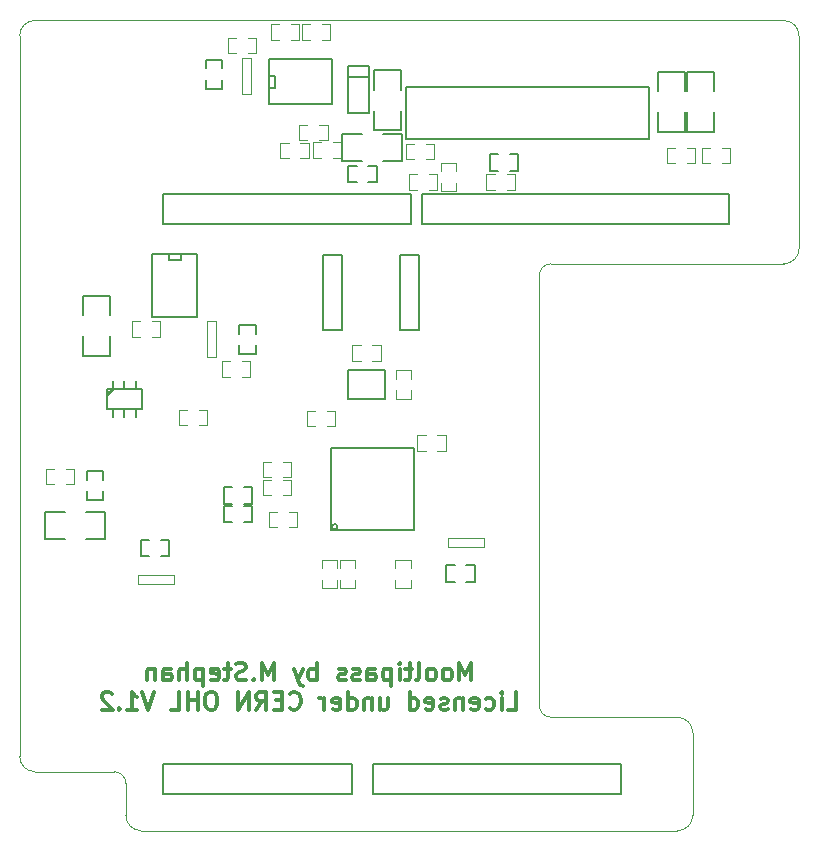
<source format=gbo>
G04 (created by PCBNEW (2013-07-07 BZR 4022)-stable) date 23/06/2014 21:29:36*
%MOIN*%
G04 Gerber Fmt 3.4, Leading zero omitted, Abs format*
%FSLAX34Y34*%
G01*
G70*
G90*
G04 APERTURE LIST*
%ADD10C,0.00590551*%
%ADD11C,0.0147638*%
%ADD12C,0.000393701*%
%ADD13C,0.0047*%
%ADD14C,0.005*%
G04 APERTURE END LIST*
G54D10*
G54D11*
X57230Y-49077D02*
X57230Y-48487D01*
X57033Y-48908D01*
X56836Y-48487D01*
X56836Y-49077D01*
X56470Y-49077D02*
X56526Y-49049D01*
X56555Y-49021D01*
X56583Y-48965D01*
X56583Y-48796D01*
X56555Y-48740D01*
X56526Y-48712D01*
X56470Y-48683D01*
X56386Y-48683D01*
X56330Y-48712D01*
X56302Y-48740D01*
X56273Y-48796D01*
X56273Y-48965D01*
X56302Y-49021D01*
X56330Y-49049D01*
X56386Y-49077D01*
X56470Y-49077D01*
X55936Y-49077D02*
X55992Y-49049D01*
X56020Y-49021D01*
X56048Y-48965D01*
X56048Y-48796D01*
X56020Y-48740D01*
X55992Y-48712D01*
X55936Y-48683D01*
X55852Y-48683D01*
X55795Y-48712D01*
X55767Y-48740D01*
X55739Y-48796D01*
X55739Y-48965D01*
X55767Y-49021D01*
X55795Y-49049D01*
X55852Y-49077D01*
X55936Y-49077D01*
X55402Y-49077D02*
X55458Y-49049D01*
X55486Y-48993D01*
X55486Y-48487D01*
X55261Y-48683D02*
X55036Y-48683D01*
X55177Y-48487D02*
X55177Y-48993D01*
X55149Y-49049D01*
X55092Y-49077D01*
X55036Y-49077D01*
X54839Y-49077D02*
X54839Y-48683D01*
X54839Y-48487D02*
X54867Y-48515D01*
X54839Y-48543D01*
X54811Y-48515D01*
X54839Y-48487D01*
X54839Y-48543D01*
X54558Y-48683D02*
X54558Y-49274D01*
X54558Y-48712D02*
X54502Y-48683D01*
X54389Y-48683D01*
X54333Y-48712D01*
X54305Y-48740D01*
X54277Y-48796D01*
X54277Y-48965D01*
X54305Y-49021D01*
X54333Y-49049D01*
X54389Y-49077D01*
X54502Y-49077D01*
X54558Y-49049D01*
X53771Y-49077D02*
X53771Y-48768D01*
X53799Y-48712D01*
X53855Y-48683D01*
X53967Y-48683D01*
X54024Y-48712D01*
X53771Y-49049D02*
X53827Y-49077D01*
X53967Y-49077D01*
X54024Y-49049D01*
X54052Y-48993D01*
X54052Y-48937D01*
X54024Y-48880D01*
X53967Y-48852D01*
X53827Y-48852D01*
X53771Y-48824D01*
X53517Y-49049D02*
X53461Y-49077D01*
X53349Y-49077D01*
X53293Y-49049D01*
X53264Y-48993D01*
X53264Y-48965D01*
X53293Y-48908D01*
X53349Y-48880D01*
X53433Y-48880D01*
X53489Y-48852D01*
X53517Y-48796D01*
X53517Y-48768D01*
X53489Y-48712D01*
X53433Y-48683D01*
X53349Y-48683D01*
X53293Y-48712D01*
X53039Y-49049D02*
X52983Y-49077D01*
X52871Y-49077D01*
X52814Y-49049D01*
X52786Y-48993D01*
X52786Y-48965D01*
X52814Y-48908D01*
X52871Y-48880D01*
X52955Y-48880D01*
X53011Y-48852D01*
X53039Y-48796D01*
X53039Y-48768D01*
X53011Y-48712D01*
X52955Y-48683D01*
X52871Y-48683D01*
X52814Y-48712D01*
X52083Y-49077D02*
X52083Y-48487D01*
X52083Y-48712D02*
X52027Y-48683D01*
X51915Y-48683D01*
X51858Y-48712D01*
X51830Y-48740D01*
X51802Y-48796D01*
X51802Y-48965D01*
X51830Y-49021D01*
X51858Y-49049D01*
X51915Y-49077D01*
X52027Y-49077D01*
X52083Y-49049D01*
X51605Y-48683D02*
X51465Y-49077D01*
X51324Y-48683D02*
X51465Y-49077D01*
X51521Y-49218D01*
X51549Y-49246D01*
X51605Y-49274D01*
X50649Y-49077D02*
X50649Y-48487D01*
X50452Y-48908D01*
X50255Y-48487D01*
X50255Y-49077D01*
X49974Y-49021D02*
X49946Y-49049D01*
X49974Y-49077D01*
X50002Y-49049D01*
X49974Y-49021D01*
X49974Y-49077D01*
X49721Y-49049D02*
X49637Y-49077D01*
X49496Y-49077D01*
X49440Y-49049D01*
X49412Y-49021D01*
X49384Y-48965D01*
X49384Y-48908D01*
X49412Y-48852D01*
X49440Y-48824D01*
X49496Y-48796D01*
X49609Y-48768D01*
X49665Y-48740D01*
X49693Y-48712D01*
X49721Y-48655D01*
X49721Y-48599D01*
X49693Y-48543D01*
X49665Y-48515D01*
X49609Y-48487D01*
X49468Y-48487D01*
X49384Y-48515D01*
X49215Y-48683D02*
X48990Y-48683D01*
X49131Y-48487D02*
X49131Y-48993D01*
X49102Y-49049D01*
X49046Y-49077D01*
X48990Y-49077D01*
X48568Y-49049D02*
X48624Y-49077D01*
X48737Y-49077D01*
X48793Y-49049D01*
X48821Y-48993D01*
X48821Y-48768D01*
X48793Y-48712D01*
X48737Y-48683D01*
X48624Y-48683D01*
X48568Y-48712D01*
X48540Y-48768D01*
X48540Y-48824D01*
X48821Y-48880D01*
X48287Y-48683D02*
X48287Y-49274D01*
X48287Y-48712D02*
X48231Y-48683D01*
X48118Y-48683D01*
X48062Y-48712D01*
X48034Y-48740D01*
X48006Y-48796D01*
X48006Y-48965D01*
X48034Y-49021D01*
X48062Y-49049D01*
X48118Y-49077D01*
X48231Y-49077D01*
X48287Y-49049D01*
X47753Y-49077D02*
X47753Y-48487D01*
X47499Y-49077D02*
X47499Y-48768D01*
X47528Y-48712D01*
X47584Y-48683D01*
X47668Y-48683D01*
X47724Y-48712D01*
X47753Y-48740D01*
X46965Y-49077D02*
X46965Y-48768D01*
X46993Y-48712D01*
X47050Y-48683D01*
X47162Y-48683D01*
X47218Y-48712D01*
X46965Y-49049D02*
X47021Y-49077D01*
X47162Y-49077D01*
X47218Y-49049D01*
X47246Y-48993D01*
X47246Y-48937D01*
X47218Y-48880D01*
X47162Y-48852D01*
X47021Y-48852D01*
X46965Y-48824D01*
X46684Y-48683D02*
X46684Y-49077D01*
X46684Y-48740D02*
X46656Y-48712D01*
X46600Y-48683D01*
X46515Y-48683D01*
X46459Y-48712D01*
X46431Y-48768D01*
X46431Y-49077D01*
X58439Y-50052D02*
X58720Y-50052D01*
X58720Y-49461D01*
X58242Y-50052D02*
X58242Y-49658D01*
X58242Y-49461D02*
X58270Y-49489D01*
X58242Y-49517D01*
X58214Y-49489D01*
X58242Y-49461D01*
X58242Y-49517D01*
X57708Y-50023D02*
X57764Y-50052D01*
X57876Y-50052D01*
X57933Y-50023D01*
X57961Y-49995D01*
X57989Y-49939D01*
X57989Y-49770D01*
X57961Y-49714D01*
X57933Y-49686D01*
X57876Y-49658D01*
X57764Y-49658D01*
X57708Y-49686D01*
X57230Y-50023D02*
X57286Y-50052D01*
X57398Y-50052D01*
X57455Y-50023D01*
X57483Y-49967D01*
X57483Y-49742D01*
X57455Y-49686D01*
X57398Y-49658D01*
X57286Y-49658D01*
X57230Y-49686D01*
X57201Y-49742D01*
X57201Y-49798D01*
X57483Y-49855D01*
X56948Y-49658D02*
X56948Y-50052D01*
X56948Y-49714D02*
X56920Y-49686D01*
X56864Y-49658D01*
X56780Y-49658D01*
X56723Y-49686D01*
X56695Y-49742D01*
X56695Y-50052D01*
X56442Y-50023D02*
X56386Y-50052D01*
X56273Y-50052D01*
X56217Y-50023D01*
X56189Y-49967D01*
X56189Y-49939D01*
X56217Y-49883D01*
X56273Y-49855D01*
X56358Y-49855D01*
X56414Y-49827D01*
X56442Y-49770D01*
X56442Y-49742D01*
X56414Y-49686D01*
X56358Y-49658D01*
X56273Y-49658D01*
X56217Y-49686D01*
X55711Y-50023D02*
X55767Y-50052D01*
X55880Y-50052D01*
X55936Y-50023D01*
X55964Y-49967D01*
X55964Y-49742D01*
X55936Y-49686D01*
X55880Y-49658D01*
X55767Y-49658D01*
X55711Y-49686D01*
X55683Y-49742D01*
X55683Y-49798D01*
X55964Y-49855D01*
X55177Y-50052D02*
X55177Y-49461D01*
X55177Y-50023D02*
X55233Y-50052D01*
X55345Y-50052D01*
X55402Y-50023D01*
X55430Y-49995D01*
X55458Y-49939D01*
X55458Y-49770D01*
X55430Y-49714D01*
X55402Y-49686D01*
X55345Y-49658D01*
X55233Y-49658D01*
X55177Y-49686D01*
X54192Y-49658D02*
X54192Y-50052D01*
X54446Y-49658D02*
X54446Y-49967D01*
X54417Y-50023D01*
X54361Y-50052D01*
X54277Y-50052D01*
X54221Y-50023D01*
X54192Y-49995D01*
X53911Y-49658D02*
X53911Y-50052D01*
X53911Y-49714D02*
X53883Y-49686D01*
X53827Y-49658D01*
X53742Y-49658D01*
X53686Y-49686D01*
X53658Y-49742D01*
X53658Y-50052D01*
X53124Y-50052D02*
X53124Y-49461D01*
X53124Y-50023D02*
X53180Y-50052D01*
X53293Y-50052D01*
X53349Y-50023D01*
X53377Y-49995D01*
X53405Y-49939D01*
X53405Y-49770D01*
X53377Y-49714D01*
X53349Y-49686D01*
X53293Y-49658D01*
X53180Y-49658D01*
X53124Y-49686D01*
X52618Y-50023D02*
X52674Y-50052D01*
X52786Y-50052D01*
X52843Y-50023D01*
X52871Y-49967D01*
X52871Y-49742D01*
X52843Y-49686D01*
X52786Y-49658D01*
X52674Y-49658D01*
X52618Y-49686D01*
X52589Y-49742D01*
X52589Y-49798D01*
X52871Y-49855D01*
X52336Y-50052D02*
X52336Y-49658D01*
X52336Y-49770D02*
X52308Y-49714D01*
X52280Y-49686D01*
X52224Y-49658D01*
X52168Y-49658D01*
X51183Y-49995D02*
X51212Y-50023D01*
X51296Y-50052D01*
X51352Y-50052D01*
X51437Y-50023D01*
X51493Y-49967D01*
X51521Y-49911D01*
X51549Y-49798D01*
X51549Y-49714D01*
X51521Y-49602D01*
X51493Y-49545D01*
X51437Y-49489D01*
X51352Y-49461D01*
X51296Y-49461D01*
X51212Y-49489D01*
X51183Y-49517D01*
X50930Y-49742D02*
X50733Y-49742D01*
X50649Y-50052D02*
X50930Y-50052D01*
X50930Y-49461D01*
X50649Y-49461D01*
X50059Y-50052D02*
X50255Y-49770D01*
X50396Y-50052D02*
X50396Y-49461D01*
X50171Y-49461D01*
X50115Y-49489D01*
X50087Y-49517D01*
X50059Y-49573D01*
X50059Y-49658D01*
X50087Y-49714D01*
X50115Y-49742D01*
X50171Y-49770D01*
X50396Y-49770D01*
X49805Y-50052D02*
X49805Y-49461D01*
X49468Y-50052D01*
X49468Y-49461D01*
X48624Y-49461D02*
X48512Y-49461D01*
X48456Y-49489D01*
X48399Y-49545D01*
X48371Y-49658D01*
X48371Y-49855D01*
X48399Y-49967D01*
X48456Y-50023D01*
X48512Y-50052D01*
X48624Y-50052D01*
X48681Y-50023D01*
X48737Y-49967D01*
X48765Y-49855D01*
X48765Y-49658D01*
X48737Y-49545D01*
X48681Y-49489D01*
X48624Y-49461D01*
X48118Y-50052D02*
X48118Y-49461D01*
X48118Y-49742D02*
X47781Y-49742D01*
X47781Y-50052D02*
X47781Y-49461D01*
X47218Y-50052D02*
X47499Y-50052D01*
X47499Y-49461D01*
X46656Y-49461D02*
X46459Y-50052D01*
X46262Y-49461D01*
X45756Y-50052D02*
X46093Y-50052D01*
X45925Y-50052D02*
X45925Y-49461D01*
X45981Y-49545D01*
X46037Y-49602D01*
X46093Y-49630D01*
X45503Y-49995D02*
X45475Y-50023D01*
X45503Y-50052D01*
X45531Y-50023D01*
X45503Y-49995D01*
X45503Y-50052D01*
X45250Y-49517D02*
X45222Y-49489D01*
X45165Y-49461D01*
X45025Y-49461D01*
X44969Y-49489D01*
X44940Y-49517D01*
X44912Y-49573D01*
X44912Y-49630D01*
X44940Y-49714D01*
X45278Y-50052D01*
X44912Y-50052D01*
G54D12*
X42173Y-51606D02*
X42173Y-27590D01*
X42173Y-27590D02*
G75*
G02X42685Y-27078I511J0D01*
G74*
G01*
X45716Y-52511D02*
X45716Y-53574D01*
X42685Y-52118D02*
X45322Y-52118D01*
X67645Y-27078D02*
X42685Y-27078D01*
X68157Y-34677D02*
X68157Y-27590D01*
X59889Y-35188D02*
X67645Y-35188D01*
X59496Y-49913D02*
X59496Y-35582D01*
X64102Y-50307D02*
X59889Y-50307D01*
X64614Y-53574D02*
X64614Y-50818D01*
X46228Y-54086D02*
X64102Y-54086D01*
X45322Y-52118D02*
G75*
G02X45716Y-52511I0J-393D01*
G74*
G01*
X42685Y-52118D02*
G75*
G02X42173Y-51606I0J511D01*
G74*
G01*
X67645Y-27078D02*
G75*
G02X68157Y-27590I0J-511D01*
G74*
G01*
X68157Y-34678D02*
G75*
G02X67645Y-35188I-511J0D01*
G74*
G01*
X59496Y-35581D02*
G75*
G02X59889Y-35188I393J0D01*
G74*
G01*
X59889Y-50307D02*
G75*
G02X59496Y-49913I0J393D01*
G74*
G01*
X64103Y-50307D02*
G75*
G02X64614Y-50818I0J-511D01*
G74*
G01*
X64614Y-53575D02*
G75*
G02X64102Y-54086I-511J0D01*
G74*
G01*
X46227Y-54086D02*
G75*
G02X45716Y-53574I0J511D01*
G74*
G01*
G54D10*
X55236Y-32877D02*
X46968Y-32877D01*
X46968Y-32877D02*
X46968Y-33862D01*
X46968Y-33862D02*
X55236Y-33862D01*
X55236Y-33862D02*
X55236Y-32877D01*
X53251Y-51877D02*
X46952Y-51877D01*
X46952Y-51877D02*
X46952Y-52862D01*
X46952Y-52862D02*
X53251Y-52862D01*
X53251Y-52862D02*
X53251Y-51877D01*
X65820Y-32877D02*
X55584Y-32877D01*
X55584Y-32877D02*
X55584Y-33862D01*
X55584Y-33862D02*
X65820Y-33862D01*
X65820Y-33862D02*
X65820Y-32877D01*
X62236Y-51877D02*
X53968Y-51877D01*
X53968Y-51877D02*
X53968Y-52862D01*
X53968Y-52862D02*
X62236Y-52862D01*
X62236Y-52862D02*
X62236Y-51877D01*
G54D13*
X47312Y-45578D02*
X46112Y-45578D01*
X46112Y-45578D02*
X46112Y-45878D01*
X46112Y-45878D02*
X47312Y-45878D01*
X47312Y-45878D02*
X47312Y-45578D01*
G54D10*
X52765Y-43956D02*
G75*
G03X52765Y-43956I-88J0D01*
G74*
G01*
X52559Y-44074D02*
X55314Y-44074D01*
X55314Y-44074D02*
X55314Y-41318D01*
X55314Y-41318D02*
X52559Y-41318D01*
X52559Y-41318D02*
X52559Y-44074D01*
X52913Y-34881D02*
X52913Y-37401D01*
X52913Y-37401D02*
X52283Y-37401D01*
X52283Y-37401D02*
X52283Y-34881D01*
X52283Y-34881D02*
X52913Y-34881D01*
X54862Y-37401D02*
X54862Y-34881D01*
X54862Y-34881D02*
X55492Y-34881D01*
X55492Y-34881D02*
X55492Y-37401D01*
X55492Y-37401D02*
X54862Y-37401D01*
G54D13*
X47755Y-40570D02*
X47480Y-40570D01*
X48149Y-40570D02*
X48424Y-40570D01*
X47755Y-40058D02*
X47480Y-40058D01*
X48424Y-40058D02*
X48149Y-40058D01*
X47480Y-40064D02*
X47480Y-40564D01*
X48424Y-40564D02*
X48424Y-40064D01*
X53937Y-37913D02*
X54212Y-37913D01*
X53543Y-37913D02*
X53268Y-37913D01*
X53937Y-38425D02*
X54212Y-38425D01*
X53268Y-38425D02*
X53543Y-38425D01*
X54212Y-38419D02*
X54212Y-37919D01*
X53268Y-37919D02*
X53268Y-38419D01*
X54724Y-39015D02*
X54724Y-38740D01*
X54724Y-39409D02*
X54724Y-39684D01*
X55236Y-39015D02*
X55236Y-38740D01*
X55236Y-39684D02*
X55236Y-39409D01*
X55230Y-38740D02*
X54730Y-38740D01*
X54730Y-39684D02*
X55230Y-39684D01*
X46594Y-37106D02*
X46869Y-37106D01*
X46200Y-37106D02*
X45925Y-37106D01*
X46594Y-37618D02*
X46869Y-37618D01*
X45925Y-37618D02*
X46200Y-37618D01*
X46869Y-37612D02*
X46869Y-37112D01*
X45925Y-37112D02*
X45925Y-37612D01*
X50551Y-42303D02*
X50276Y-42303D01*
X50945Y-42303D02*
X51220Y-42303D01*
X50551Y-41791D02*
X50276Y-41791D01*
X51220Y-41791D02*
X50945Y-41791D01*
X50276Y-41797D02*
X50276Y-42297D01*
X51220Y-42297D02*
X51220Y-41797D01*
X52756Y-45728D02*
X52756Y-46003D01*
X52756Y-45334D02*
X52756Y-45059D01*
X52244Y-45728D02*
X52244Y-46003D01*
X52244Y-45059D02*
X52244Y-45334D01*
X52250Y-46003D02*
X52750Y-46003D01*
X52750Y-45059D02*
X52250Y-45059D01*
X55334Y-31693D02*
X55059Y-31693D01*
X55728Y-31693D02*
X56003Y-31693D01*
X55334Y-31181D02*
X55059Y-31181D01*
X56003Y-31181D02*
X55728Y-31181D01*
X55059Y-31187D02*
X55059Y-31687D01*
X56003Y-31687D02*
X56003Y-31187D01*
X49586Y-38444D02*
X49861Y-38444D01*
X49192Y-38444D02*
X48917Y-38444D01*
X49586Y-38956D02*
X49861Y-38956D01*
X48917Y-38956D02*
X49192Y-38956D01*
X49861Y-38950D02*
X49861Y-38450D01*
X48917Y-38450D02*
X48917Y-38950D01*
X55413Y-32716D02*
X55138Y-32716D01*
X55807Y-32716D02*
X56082Y-32716D01*
X55413Y-32204D02*
X55138Y-32204D01*
X56082Y-32204D02*
X55807Y-32204D01*
X55138Y-32210D02*
X55138Y-32710D01*
X56082Y-32710D02*
X56082Y-32210D01*
X58405Y-32204D02*
X58680Y-32204D01*
X58011Y-32204D02*
X57736Y-32204D01*
X58405Y-32716D02*
X58680Y-32716D01*
X57736Y-32716D02*
X58011Y-32716D01*
X58680Y-32710D02*
X58680Y-32210D01*
X57736Y-32210D02*
X57736Y-32710D01*
X56732Y-32500D02*
X56732Y-32775D01*
X56732Y-32106D02*
X56732Y-31831D01*
X56220Y-32500D02*
X56220Y-32775D01*
X56220Y-31831D02*
X56220Y-32106D01*
X56226Y-32775D02*
X56726Y-32775D01*
X56726Y-31831D02*
X56226Y-31831D01*
X50747Y-43976D02*
X50472Y-43976D01*
X51141Y-43976D02*
X51416Y-43976D01*
X50747Y-43464D02*
X50472Y-43464D01*
X51416Y-43464D02*
X51141Y-43464D01*
X50472Y-43470D02*
X50472Y-43970D01*
X51416Y-43970D02*
X51416Y-43470D01*
X53366Y-45728D02*
X53366Y-46003D01*
X53366Y-45334D02*
X53366Y-45059D01*
X52854Y-45728D02*
X52854Y-46003D01*
X52854Y-45059D02*
X52854Y-45334D01*
X52860Y-46003D02*
X53360Y-46003D01*
X53360Y-45059D02*
X52860Y-45059D01*
X52618Y-31141D02*
X52893Y-31141D01*
X52224Y-31141D02*
X51949Y-31141D01*
X52618Y-31653D02*
X52893Y-31653D01*
X51949Y-31653D02*
X52224Y-31653D01*
X52893Y-31647D02*
X52893Y-31147D01*
X51949Y-31147D02*
X51949Y-31647D01*
X51220Y-27204D02*
X51495Y-27204D01*
X50826Y-27204D02*
X50551Y-27204D01*
X51220Y-27716D02*
X51495Y-27716D01*
X50551Y-27716D02*
X50826Y-27716D01*
X51495Y-27710D02*
X51495Y-27210D01*
X50551Y-27210D02*
X50551Y-27710D01*
X51850Y-27716D02*
X51575Y-27716D01*
X52244Y-27716D02*
X52519Y-27716D01*
X51850Y-27204D02*
X51575Y-27204D01*
X52519Y-27204D02*
X52244Y-27204D01*
X51575Y-27210D02*
X51575Y-27710D01*
X52519Y-27710D02*
X52519Y-27210D01*
X51141Y-31673D02*
X50866Y-31673D01*
X51535Y-31673D02*
X51810Y-31673D01*
X51141Y-31161D02*
X50866Y-31161D01*
X51810Y-31161D02*
X51535Y-31161D01*
X50866Y-31167D02*
X50866Y-31667D01*
X51810Y-31667D02*
X51810Y-31167D01*
X51771Y-31063D02*
X51496Y-31063D01*
X52165Y-31063D02*
X52440Y-31063D01*
X51771Y-30551D02*
X51496Y-30551D01*
X52440Y-30551D02*
X52165Y-30551D01*
X51496Y-30557D02*
X51496Y-31057D01*
X52440Y-31057D02*
X52440Y-30557D01*
X50551Y-42913D02*
X50276Y-42913D01*
X50945Y-42913D02*
X51220Y-42913D01*
X50551Y-42401D02*
X50276Y-42401D01*
X51220Y-42401D02*
X50945Y-42401D01*
X50276Y-42407D02*
X50276Y-42907D01*
X51220Y-42907D02*
X51220Y-42407D01*
X49783Y-27657D02*
X50058Y-27657D01*
X49389Y-27657D02*
X49114Y-27657D01*
X49783Y-28169D02*
X50058Y-28169D01*
X49114Y-28169D02*
X49389Y-28169D01*
X50058Y-28163D02*
X50058Y-27663D01*
X49114Y-27663D02*
X49114Y-28163D01*
X52027Y-40610D02*
X51752Y-40610D01*
X52421Y-40610D02*
X52696Y-40610D01*
X52027Y-40098D02*
X51752Y-40098D01*
X52696Y-40098D02*
X52421Y-40098D01*
X51752Y-40104D02*
X51752Y-40604D01*
X52696Y-40604D02*
X52696Y-40104D01*
X43326Y-42539D02*
X43051Y-42539D01*
X43720Y-42539D02*
X43995Y-42539D01*
X43326Y-42027D02*
X43051Y-42027D01*
X43995Y-42027D02*
X43720Y-42027D01*
X43051Y-42033D02*
X43051Y-42533D01*
X43995Y-42533D02*
X43995Y-42033D01*
X55708Y-41417D02*
X55433Y-41417D01*
X56102Y-41417D02*
X56377Y-41417D01*
X55708Y-40905D02*
X55433Y-40905D01*
X56377Y-40905D02*
X56102Y-40905D01*
X55433Y-40911D02*
X55433Y-41411D01*
X56377Y-41411D02*
X56377Y-40911D01*
X55216Y-45728D02*
X55216Y-46003D01*
X55216Y-45334D02*
X55216Y-45059D01*
X54704Y-45728D02*
X54704Y-46003D01*
X54704Y-45059D02*
X54704Y-45334D01*
X54710Y-46003D02*
X55210Y-46003D01*
X55210Y-45059D02*
X54710Y-45059D01*
G54D14*
X49488Y-37519D02*
X49488Y-37241D01*
X49488Y-37241D02*
X50038Y-37241D01*
X50038Y-37241D02*
X50038Y-37519D01*
X49488Y-38191D02*
X49488Y-37913D01*
X49488Y-38191D02*
X50038Y-38191D01*
X50038Y-38191D02*
X50038Y-37913D01*
X56673Y-45786D02*
X56395Y-45786D01*
X56395Y-45786D02*
X56395Y-45236D01*
X56395Y-45236D02*
X56673Y-45236D01*
X57345Y-45786D02*
X57067Y-45786D01*
X57345Y-45786D02*
X57345Y-45236D01*
X57345Y-45236D02*
X57067Y-45236D01*
X58129Y-32086D02*
X57851Y-32086D01*
X57851Y-32086D02*
X57851Y-31536D01*
X57851Y-31536D02*
X58129Y-31536D01*
X58801Y-32086D02*
X58523Y-32086D01*
X58801Y-32086D02*
X58801Y-31536D01*
X58801Y-31536D02*
X58523Y-31536D01*
X44410Y-42381D02*
X44410Y-42103D01*
X44410Y-42103D02*
X44960Y-42103D01*
X44960Y-42103D02*
X44960Y-42381D01*
X44410Y-43053D02*
X44410Y-42775D01*
X44410Y-43053D02*
X44960Y-43053D01*
X44960Y-43053D02*
X44960Y-42775D01*
X53799Y-31929D02*
X54077Y-31929D01*
X54077Y-31929D02*
X54077Y-32479D01*
X54077Y-32479D02*
X53799Y-32479D01*
X53127Y-31929D02*
X53405Y-31929D01*
X53127Y-31929D02*
X53127Y-32479D01*
X53127Y-32479D02*
X53405Y-32479D01*
X48936Y-29074D02*
X48936Y-29352D01*
X48936Y-29352D02*
X48386Y-29352D01*
X48386Y-29352D02*
X48386Y-29074D01*
X48936Y-28402D02*
X48936Y-28680D01*
X48936Y-28402D02*
X48386Y-28402D01*
X48386Y-28402D02*
X48386Y-28680D01*
X49251Y-43798D02*
X48973Y-43798D01*
X48973Y-43798D02*
X48973Y-43248D01*
X48973Y-43248D02*
X49251Y-43248D01*
X49923Y-43798D02*
X49645Y-43798D01*
X49923Y-43798D02*
X49923Y-43248D01*
X49923Y-43248D02*
X49645Y-43248D01*
X49251Y-43188D02*
X48973Y-43188D01*
X48973Y-43188D02*
X48973Y-42638D01*
X48973Y-42638D02*
X49251Y-42638D01*
X49923Y-43188D02*
X49645Y-43188D01*
X49923Y-43188D02*
X49923Y-42638D01*
X49923Y-42638D02*
X49645Y-42638D01*
X54937Y-30849D02*
X54937Y-31749D01*
X54937Y-31749D02*
X54287Y-31749D01*
X53587Y-30849D02*
X52937Y-30849D01*
X52937Y-30849D02*
X52937Y-31749D01*
X52937Y-31749D02*
X53587Y-31749D01*
X54287Y-30849D02*
X54937Y-30849D01*
X53979Y-28744D02*
X54879Y-28744D01*
X54879Y-28744D02*
X54879Y-29394D01*
X53979Y-30094D02*
X53979Y-30744D01*
X53979Y-30744D02*
X54879Y-30744D01*
X54879Y-30744D02*
X54879Y-30094D01*
X53979Y-29394D02*
X53979Y-28744D01*
X45035Y-43467D02*
X45035Y-44367D01*
X45035Y-44367D02*
X44385Y-44367D01*
X43685Y-43467D02*
X43035Y-43467D01*
X43035Y-43467D02*
X43035Y-44367D01*
X43035Y-44367D02*
X43685Y-44367D01*
X44385Y-43467D02*
X45035Y-43467D01*
X64431Y-28783D02*
X65331Y-28783D01*
X65331Y-28783D02*
X65331Y-29433D01*
X64431Y-30133D02*
X64431Y-30783D01*
X64431Y-30783D02*
X65331Y-30783D01*
X65331Y-30783D02*
X65331Y-30133D01*
X64431Y-29433D02*
X64431Y-28783D01*
X63447Y-28783D02*
X64347Y-28783D01*
X64347Y-28783D02*
X64347Y-29433D01*
X63447Y-30133D02*
X63447Y-30783D01*
X63447Y-30783D02*
X64347Y-30783D01*
X64347Y-30783D02*
X64347Y-30133D01*
X63447Y-29433D02*
X63447Y-28783D01*
X50485Y-28414D02*
X50485Y-28364D01*
X50485Y-28364D02*
X52585Y-28364D01*
X52585Y-29864D02*
X50485Y-29864D01*
X50485Y-29864D02*
X50485Y-28414D01*
X50485Y-29314D02*
X50685Y-29314D01*
X50685Y-29314D02*
X50685Y-28914D01*
X50685Y-28914D02*
X50485Y-28914D01*
X52585Y-29864D02*
X52585Y-28364D01*
G54D10*
X53818Y-28976D02*
X53110Y-28976D01*
X53818Y-30157D02*
X53110Y-30157D01*
X53110Y-30157D02*
X53110Y-28582D01*
X53110Y-28582D02*
X53818Y-28582D01*
X53818Y-28582D02*
X53818Y-30157D01*
G54D13*
X48712Y-38296D02*
X48712Y-37096D01*
X48712Y-37096D02*
X48412Y-37096D01*
X48412Y-37096D02*
X48412Y-38296D01*
X48412Y-38296D02*
X48712Y-38296D01*
X57666Y-44318D02*
X56466Y-44318D01*
X56466Y-44318D02*
X56466Y-44618D01*
X56466Y-44618D02*
X57666Y-44618D01*
X57666Y-44618D02*
X57666Y-44318D01*
X49574Y-28317D02*
X49574Y-29517D01*
X49574Y-29517D02*
X49874Y-29517D01*
X49874Y-29517D02*
X49874Y-28317D01*
X49874Y-28317D02*
X49574Y-28317D01*
G54D14*
X46260Y-39350D02*
X45078Y-39350D01*
X45078Y-39350D02*
X45078Y-40020D01*
X45078Y-40020D02*
X46260Y-40020D01*
X46260Y-40020D02*
X46260Y-39350D01*
X45334Y-39351D02*
X45079Y-39606D01*
X45274Y-39351D02*
X45079Y-39546D01*
X45669Y-40023D02*
X45669Y-40283D01*
X46044Y-40023D02*
X46044Y-40283D01*
X45294Y-40023D02*
X45294Y-40283D01*
X45669Y-39347D02*
X45669Y-39087D01*
X46044Y-39347D02*
X46044Y-39087D01*
X45294Y-39347D02*
X45294Y-39087D01*
G54D10*
X53110Y-39704D02*
X54370Y-39704D01*
X54370Y-39704D02*
X54370Y-38720D01*
X54370Y-38720D02*
X53110Y-38720D01*
X53110Y-38720D02*
X53110Y-39704D01*
G54D14*
X46495Y-44940D02*
X46217Y-44940D01*
X46217Y-44940D02*
X46217Y-44390D01*
X46217Y-44390D02*
X46495Y-44390D01*
X47167Y-44940D02*
X46889Y-44940D01*
X47167Y-44940D02*
X47167Y-44390D01*
X47167Y-44390D02*
X46889Y-44390D01*
G54D13*
X64035Y-31830D02*
X63760Y-31830D01*
X64429Y-31830D02*
X64704Y-31830D01*
X64035Y-31318D02*
X63760Y-31318D01*
X64704Y-31318D02*
X64429Y-31318D01*
X63760Y-31324D02*
X63760Y-31824D01*
X64704Y-31824D02*
X64704Y-31324D01*
X65590Y-31318D02*
X65865Y-31318D01*
X65196Y-31318D02*
X64921Y-31318D01*
X65590Y-31830D02*
X65865Y-31830D01*
X64921Y-31830D02*
X65196Y-31830D01*
X65865Y-31824D02*
X65865Y-31324D01*
X64921Y-31324D02*
X64921Y-31824D01*
G54D14*
X44294Y-36263D02*
X45194Y-36263D01*
X45194Y-36263D02*
X45194Y-36913D01*
X44294Y-37613D02*
X44294Y-38263D01*
X44294Y-38263D02*
X45194Y-38263D01*
X45194Y-38263D02*
X45194Y-37613D01*
X44294Y-36913D02*
X44294Y-36263D01*
X48042Y-34855D02*
X48092Y-34855D01*
X48092Y-34855D02*
X48092Y-36955D01*
X46592Y-36955D02*
X46592Y-34855D01*
X46592Y-34855D02*
X48042Y-34855D01*
X47142Y-34855D02*
X47142Y-35055D01*
X47142Y-35055D02*
X47542Y-35055D01*
X47542Y-35055D02*
X47542Y-34855D01*
X46592Y-36955D02*
X48092Y-36955D01*
G54D10*
X55047Y-29283D02*
X63157Y-29283D01*
X63157Y-29283D02*
X63157Y-31015D01*
X63157Y-31015D02*
X55047Y-31015D01*
X55047Y-31015D02*
X55047Y-29283D01*
M02*

</source>
